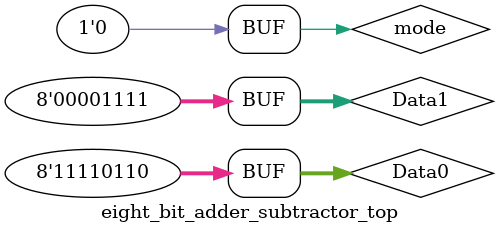
<source format=v>
module eight_bit_adder_subtractor_top;

    // Inputs
    reg signed [7:0] Data0;
    reg signed [7:0] Data1;
    reg mode;

    // Outputs
    wire signed [7:0] final_sum;
    wire final_carry_out;
    wire overflow;

    // Instantiation of 8-bit adder subtractor 
    eight_bit_adder_subtractor ADDER_SUBTRACTOR (Data0, Data1, mode, final_sum, final_carry_out, overflow);

    initial
    begin
        $monitor("<%d>: Data0 = %d, Data1 = %d, mode = %b, final_sum = %d, final_carry_out = %b, overflow = %b\n", $time, Data0, Data1, mode, final_sum, final_carry_out, overflow);
    end

    initial
    begin
        Data0 = 2; Data1 = 1; mode = 1;
        #5 Data0 = 2; Data1 = 1; mode = 0;
        #10 Data0 = 15; Data1 = 10; mode = 1; 
        #15 Data0 = 15; Data1 = 10; mode = 0; 
        #20 Data0 = 10; Data1 = 15; mode = 0; 
        #25 Data0 = -10; Data1 = 15; mode = 0; 
    end

endmodule
 
</source>
